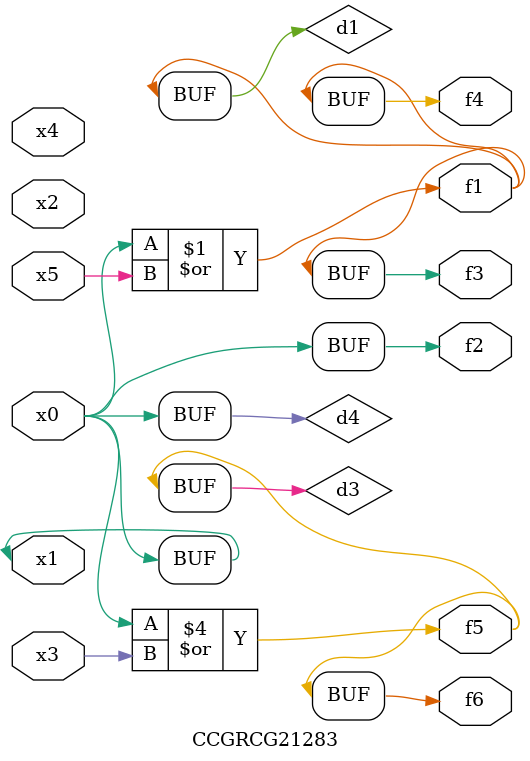
<source format=v>
module CCGRCG21283(
	input x0, x1, x2, x3, x4, x5,
	output f1, f2, f3, f4, f5, f6
);

	wire d1, d2, d3, d4;

	or (d1, x0, x5);
	xnor (d2, x1, x4);
	or (d3, x0, x3);
	buf (d4, x0, x1);
	assign f1 = d1;
	assign f2 = d4;
	assign f3 = d1;
	assign f4 = d1;
	assign f5 = d3;
	assign f6 = d3;
endmodule

</source>
